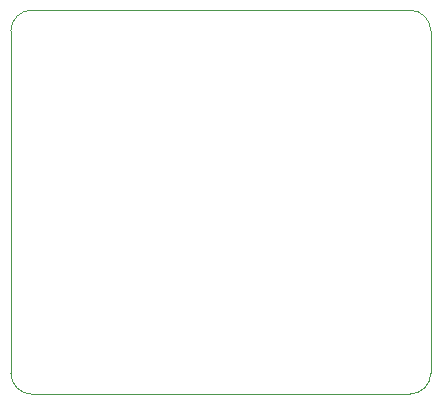
<source format=gm1>
G04 #@! TF.GenerationSoftware,KiCad,Pcbnew,(5.1.9)-1*
G04 #@! TF.CreationDate,2021-03-27T20:31:15-07:00*
G04 #@! TF.ProjectId,nibelung,6e696265-6c75-46e6-972e-6b696361645f,rev?*
G04 #@! TF.SameCoordinates,PX621abf0PY7065700*
G04 #@! TF.FileFunction,Profile,NP*
%FSLAX46Y46*%
G04 Gerber Fmt 4.6, Leading zero omitted, Abs format (unit mm)*
G04 Created by KiCad (PCBNEW (5.1.9)-1) date 2021-03-27 20:31:15*
%MOMM*%
%LPD*%
G01*
G04 APERTURE LIST*
G04 #@! TA.AperFunction,Profile*
%ADD10C,0.050800*%
G04 #@! TD*
G04 APERTURE END LIST*
D10*
X1778000Y0D02*
G75*
G02*
X0Y1778000I0J1778000D01*
G01*
X0Y30734000D02*
G75*
G02*
X1778000Y32512000I1778000J0D01*
G01*
X33782000Y32512000D02*
G75*
G02*
X35560000Y30734000I0J-1778000D01*
G01*
X35560000Y1778000D02*
G75*
G02*
X33782000Y0I-1778000J0D01*
G01*
X33782000Y0D02*
X1778000Y0D01*
X35560000Y30734000D02*
X35560000Y1778000D01*
X1778000Y32512000D02*
X33782000Y32512000D01*
X0Y1778000D02*
X0Y30734000D01*
M02*

</source>
